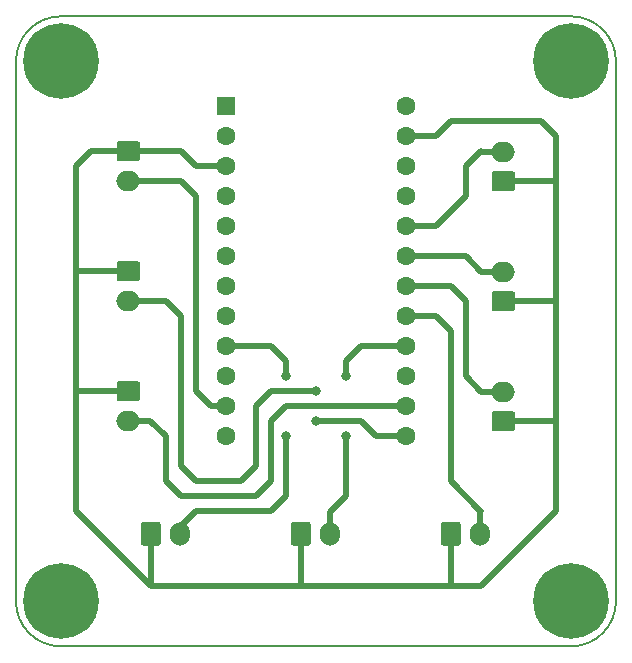
<source format=gbr>
G04 #@! TF.GenerationSoftware,KiCad,Pcbnew,(5.1.5)-3*
G04 #@! TF.CreationDate,2020-04-30T20:21:50+09:00*
G04 #@! TF.ProjectId,sif,7369662e-6b69-4636-9164-5f7063625858,rev?*
G04 #@! TF.SameCoordinates,Original*
G04 #@! TF.FileFunction,Copper,L2,Bot*
G04 #@! TF.FilePolarity,Positive*
%FSLAX46Y46*%
G04 Gerber Fmt 4.6, Leading zero omitted, Abs format (unit mm)*
G04 Created by KiCad (PCBNEW (5.1.5)-3) date 2020-04-30 20:21:50*
%MOMM*%
%LPD*%
G04 APERTURE LIST*
%ADD10C,0.150000*%
%ADD11O,2.000000X1.700000*%
%ADD12O,1.700000X2.000000*%
%ADD13C,1.600000*%
%ADD14R,1.600000X1.600000*%
%ADD15C,0.800000*%
%ADD16C,6.400000*%
%ADD17C,0.500000*%
G04 APERTURE END LIST*
D10*
X12700000Y-16510000D02*
X12700000Y-62230000D01*
X59690000Y-12700000D02*
X16510000Y-12700000D01*
X63500000Y-62230000D02*
X63500000Y-16510000D01*
X16510000Y-66040000D02*
X59690000Y-66040000D01*
X16510000Y-66040000D02*
G75*
G02X12700000Y-62230000I0J3810000D01*
G01*
X63500000Y-62230000D02*
G75*
G02X59690000Y-66040000I-3810000J0D01*
G01*
X59690000Y-12700000D02*
G75*
G02X63500000Y-16510000I0J-3810000D01*
G01*
X12700000Y-16510000D02*
G75*
G02X16510000Y-12700000I3810000J0D01*
G01*
G04 #@! TA.AperFunction,ComponentPad*
G36*
X54749504Y-46141204D02*
G01*
X54773773Y-46144804D01*
X54797571Y-46150765D01*
X54820671Y-46159030D01*
X54842849Y-46169520D01*
X54863893Y-46182133D01*
X54883598Y-46196747D01*
X54901777Y-46213223D01*
X54918253Y-46231402D01*
X54932867Y-46251107D01*
X54945480Y-46272151D01*
X54955970Y-46294329D01*
X54964235Y-46317429D01*
X54970196Y-46341227D01*
X54973796Y-46365496D01*
X54975000Y-46390000D01*
X54975000Y-47590000D01*
X54973796Y-47614504D01*
X54970196Y-47638773D01*
X54964235Y-47662571D01*
X54955970Y-47685671D01*
X54945480Y-47707849D01*
X54932867Y-47728893D01*
X54918253Y-47748598D01*
X54901777Y-47766777D01*
X54883598Y-47783253D01*
X54863893Y-47797867D01*
X54842849Y-47810480D01*
X54820671Y-47820970D01*
X54797571Y-47829235D01*
X54773773Y-47835196D01*
X54749504Y-47838796D01*
X54725000Y-47840000D01*
X53225000Y-47840000D01*
X53200496Y-47838796D01*
X53176227Y-47835196D01*
X53152429Y-47829235D01*
X53129329Y-47820970D01*
X53107151Y-47810480D01*
X53086107Y-47797867D01*
X53066402Y-47783253D01*
X53048223Y-47766777D01*
X53031747Y-47748598D01*
X53017133Y-47728893D01*
X53004520Y-47707849D01*
X52994030Y-47685671D01*
X52985765Y-47662571D01*
X52979804Y-47638773D01*
X52976204Y-47614504D01*
X52975000Y-47590000D01*
X52975000Y-46390000D01*
X52976204Y-46365496D01*
X52979804Y-46341227D01*
X52985765Y-46317429D01*
X52994030Y-46294329D01*
X53004520Y-46272151D01*
X53017133Y-46251107D01*
X53031747Y-46231402D01*
X53048223Y-46213223D01*
X53066402Y-46196747D01*
X53086107Y-46182133D01*
X53107151Y-46169520D01*
X53129329Y-46159030D01*
X53152429Y-46150765D01*
X53176227Y-46144804D01*
X53200496Y-46141204D01*
X53225000Y-46140000D01*
X54725000Y-46140000D01*
X54749504Y-46141204D01*
G37*
G04 #@! TD.AperFunction*
D11*
X53975000Y-44490000D03*
G04 #@! TA.AperFunction,ComponentPad*
D10*
G36*
X50154504Y-55516204D02*
G01*
X50178773Y-55519804D01*
X50202571Y-55525765D01*
X50225671Y-55534030D01*
X50247849Y-55544520D01*
X50268893Y-55557133D01*
X50288598Y-55571747D01*
X50306777Y-55588223D01*
X50323253Y-55606402D01*
X50337867Y-55626107D01*
X50350480Y-55647151D01*
X50360970Y-55669329D01*
X50369235Y-55692429D01*
X50375196Y-55716227D01*
X50378796Y-55740496D01*
X50380000Y-55765000D01*
X50380000Y-57265000D01*
X50378796Y-57289504D01*
X50375196Y-57313773D01*
X50369235Y-57337571D01*
X50360970Y-57360671D01*
X50350480Y-57382849D01*
X50337867Y-57403893D01*
X50323253Y-57423598D01*
X50306777Y-57441777D01*
X50288598Y-57458253D01*
X50268893Y-57472867D01*
X50247849Y-57485480D01*
X50225671Y-57495970D01*
X50202571Y-57504235D01*
X50178773Y-57510196D01*
X50154504Y-57513796D01*
X50130000Y-57515000D01*
X48930000Y-57515000D01*
X48905496Y-57513796D01*
X48881227Y-57510196D01*
X48857429Y-57504235D01*
X48834329Y-57495970D01*
X48812151Y-57485480D01*
X48791107Y-57472867D01*
X48771402Y-57458253D01*
X48753223Y-57441777D01*
X48736747Y-57423598D01*
X48722133Y-57403893D01*
X48709520Y-57382849D01*
X48699030Y-57360671D01*
X48690765Y-57337571D01*
X48684804Y-57313773D01*
X48681204Y-57289504D01*
X48680000Y-57265000D01*
X48680000Y-55765000D01*
X48681204Y-55740496D01*
X48684804Y-55716227D01*
X48690765Y-55692429D01*
X48699030Y-55669329D01*
X48709520Y-55647151D01*
X48722133Y-55626107D01*
X48736747Y-55606402D01*
X48753223Y-55588223D01*
X48771402Y-55571747D01*
X48791107Y-55557133D01*
X48812151Y-55544520D01*
X48834329Y-55534030D01*
X48857429Y-55525765D01*
X48881227Y-55519804D01*
X48905496Y-55516204D01*
X48930000Y-55515000D01*
X50130000Y-55515000D01*
X50154504Y-55516204D01*
G37*
G04 #@! TD.AperFunction*
D12*
X52030000Y-56515000D03*
G04 #@! TA.AperFunction,ComponentPad*
D10*
G36*
X54749504Y-35981204D02*
G01*
X54773773Y-35984804D01*
X54797571Y-35990765D01*
X54820671Y-35999030D01*
X54842849Y-36009520D01*
X54863893Y-36022133D01*
X54883598Y-36036747D01*
X54901777Y-36053223D01*
X54918253Y-36071402D01*
X54932867Y-36091107D01*
X54945480Y-36112151D01*
X54955970Y-36134329D01*
X54964235Y-36157429D01*
X54970196Y-36181227D01*
X54973796Y-36205496D01*
X54975000Y-36230000D01*
X54975000Y-37430000D01*
X54973796Y-37454504D01*
X54970196Y-37478773D01*
X54964235Y-37502571D01*
X54955970Y-37525671D01*
X54945480Y-37547849D01*
X54932867Y-37568893D01*
X54918253Y-37588598D01*
X54901777Y-37606777D01*
X54883598Y-37623253D01*
X54863893Y-37637867D01*
X54842849Y-37650480D01*
X54820671Y-37660970D01*
X54797571Y-37669235D01*
X54773773Y-37675196D01*
X54749504Y-37678796D01*
X54725000Y-37680000D01*
X53225000Y-37680000D01*
X53200496Y-37678796D01*
X53176227Y-37675196D01*
X53152429Y-37669235D01*
X53129329Y-37660970D01*
X53107151Y-37650480D01*
X53086107Y-37637867D01*
X53066402Y-37623253D01*
X53048223Y-37606777D01*
X53031747Y-37588598D01*
X53017133Y-37568893D01*
X53004520Y-37547849D01*
X52994030Y-37525671D01*
X52985765Y-37502571D01*
X52979804Y-37478773D01*
X52976204Y-37454504D01*
X52975000Y-37430000D01*
X52975000Y-36230000D01*
X52976204Y-36205496D01*
X52979804Y-36181227D01*
X52985765Y-36157429D01*
X52994030Y-36134329D01*
X53004520Y-36112151D01*
X53017133Y-36091107D01*
X53031747Y-36071402D01*
X53048223Y-36053223D01*
X53066402Y-36036747D01*
X53086107Y-36022133D01*
X53107151Y-36009520D01*
X53129329Y-35999030D01*
X53152429Y-35990765D01*
X53176227Y-35984804D01*
X53200496Y-35981204D01*
X53225000Y-35980000D01*
X54725000Y-35980000D01*
X54749504Y-35981204D01*
G37*
G04 #@! TD.AperFunction*
D11*
X53975000Y-34330000D03*
G04 #@! TA.AperFunction,ComponentPad*
D10*
G36*
X54749504Y-25821204D02*
G01*
X54773773Y-25824804D01*
X54797571Y-25830765D01*
X54820671Y-25839030D01*
X54842849Y-25849520D01*
X54863893Y-25862133D01*
X54883598Y-25876747D01*
X54901777Y-25893223D01*
X54918253Y-25911402D01*
X54932867Y-25931107D01*
X54945480Y-25952151D01*
X54955970Y-25974329D01*
X54964235Y-25997429D01*
X54970196Y-26021227D01*
X54973796Y-26045496D01*
X54975000Y-26070000D01*
X54975000Y-27270000D01*
X54973796Y-27294504D01*
X54970196Y-27318773D01*
X54964235Y-27342571D01*
X54955970Y-27365671D01*
X54945480Y-27387849D01*
X54932867Y-27408893D01*
X54918253Y-27428598D01*
X54901777Y-27446777D01*
X54883598Y-27463253D01*
X54863893Y-27477867D01*
X54842849Y-27490480D01*
X54820671Y-27500970D01*
X54797571Y-27509235D01*
X54773773Y-27515196D01*
X54749504Y-27518796D01*
X54725000Y-27520000D01*
X53225000Y-27520000D01*
X53200496Y-27518796D01*
X53176227Y-27515196D01*
X53152429Y-27509235D01*
X53129329Y-27500970D01*
X53107151Y-27490480D01*
X53086107Y-27477867D01*
X53066402Y-27463253D01*
X53048223Y-27446777D01*
X53031747Y-27428598D01*
X53017133Y-27408893D01*
X53004520Y-27387849D01*
X52994030Y-27365671D01*
X52985765Y-27342571D01*
X52979804Y-27318773D01*
X52976204Y-27294504D01*
X52975000Y-27270000D01*
X52975000Y-26070000D01*
X52976204Y-26045496D01*
X52979804Y-26021227D01*
X52985765Y-25997429D01*
X52994030Y-25974329D01*
X53004520Y-25952151D01*
X53017133Y-25931107D01*
X53031747Y-25911402D01*
X53048223Y-25893223D01*
X53066402Y-25876747D01*
X53086107Y-25862133D01*
X53107151Y-25849520D01*
X53129329Y-25839030D01*
X53152429Y-25830765D01*
X53176227Y-25824804D01*
X53200496Y-25821204D01*
X53225000Y-25820000D01*
X54725000Y-25820000D01*
X54749504Y-25821204D01*
G37*
G04 #@! TD.AperFunction*
D11*
X53975000Y-24170000D03*
G04 #@! TA.AperFunction,ComponentPad*
D10*
G36*
X37454504Y-55516204D02*
G01*
X37478773Y-55519804D01*
X37502571Y-55525765D01*
X37525671Y-55534030D01*
X37547849Y-55544520D01*
X37568893Y-55557133D01*
X37588598Y-55571747D01*
X37606777Y-55588223D01*
X37623253Y-55606402D01*
X37637867Y-55626107D01*
X37650480Y-55647151D01*
X37660970Y-55669329D01*
X37669235Y-55692429D01*
X37675196Y-55716227D01*
X37678796Y-55740496D01*
X37680000Y-55765000D01*
X37680000Y-57265000D01*
X37678796Y-57289504D01*
X37675196Y-57313773D01*
X37669235Y-57337571D01*
X37660970Y-57360671D01*
X37650480Y-57382849D01*
X37637867Y-57403893D01*
X37623253Y-57423598D01*
X37606777Y-57441777D01*
X37588598Y-57458253D01*
X37568893Y-57472867D01*
X37547849Y-57485480D01*
X37525671Y-57495970D01*
X37502571Y-57504235D01*
X37478773Y-57510196D01*
X37454504Y-57513796D01*
X37430000Y-57515000D01*
X36230000Y-57515000D01*
X36205496Y-57513796D01*
X36181227Y-57510196D01*
X36157429Y-57504235D01*
X36134329Y-57495970D01*
X36112151Y-57485480D01*
X36091107Y-57472867D01*
X36071402Y-57458253D01*
X36053223Y-57441777D01*
X36036747Y-57423598D01*
X36022133Y-57403893D01*
X36009520Y-57382849D01*
X35999030Y-57360671D01*
X35990765Y-57337571D01*
X35984804Y-57313773D01*
X35981204Y-57289504D01*
X35980000Y-57265000D01*
X35980000Y-55765000D01*
X35981204Y-55740496D01*
X35984804Y-55716227D01*
X35990765Y-55692429D01*
X35999030Y-55669329D01*
X36009520Y-55647151D01*
X36022133Y-55626107D01*
X36036747Y-55606402D01*
X36053223Y-55588223D01*
X36071402Y-55571747D01*
X36091107Y-55557133D01*
X36112151Y-55544520D01*
X36134329Y-55534030D01*
X36157429Y-55525765D01*
X36181227Y-55519804D01*
X36205496Y-55516204D01*
X36230000Y-55515000D01*
X37430000Y-55515000D01*
X37454504Y-55516204D01*
G37*
G04 #@! TD.AperFunction*
D12*
X39330000Y-56515000D03*
G04 #@! TA.AperFunction,ComponentPad*
D10*
G36*
X24754504Y-55516204D02*
G01*
X24778773Y-55519804D01*
X24802571Y-55525765D01*
X24825671Y-55534030D01*
X24847849Y-55544520D01*
X24868893Y-55557133D01*
X24888598Y-55571747D01*
X24906777Y-55588223D01*
X24923253Y-55606402D01*
X24937867Y-55626107D01*
X24950480Y-55647151D01*
X24960970Y-55669329D01*
X24969235Y-55692429D01*
X24975196Y-55716227D01*
X24978796Y-55740496D01*
X24980000Y-55765000D01*
X24980000Y-57265000D01*
X24978796Y-57289504D01*
X24975196Y-57313773D01*
X24969235Y-57337571D01*
X24960970Y-57360671D01*
X24950480Y-57382849D01*
X24937867Y-57403893D01*
X24923253Y-57423598D01*
X24906777Y-57441777D01*
X24888598Y-57458253D01*
X24868893Y-57472867D01*
X24847849Y-57485480D01*
X24825671Y-57495970D01*
X24802571Y-57504235D01*
X24778773Y-57510196D01*
X24754504Y-57513796D01*
X24730000Y-57515000D01*
X23530000Y-57515000D01*
X23505496Y-57513796D01*
X23481227Y-57510196D01*
X23457429Y-57504235D01*
X23434329Y-57495970D01*
X23412151Y-57485480D01*
X23391107Y-57472867D01*
X23371402Y-57458253D01*
X23353223Y-57441777D01*
X23336747Y-57423598D01*
X23322133Y-57403893D01*
X23309520Y-57382849D01*
X23299030Y-57360671D01*
X23290765Y-57337571D01*
X23284804Y-57313773D01*
X23281204Y-57289504D01*
X23280000Y-57265000D01*
X23280000Y-55765000D01*
X23281204Y-55740496D01*
X23284804Y-55716227D01*
X23290765Y-55692429D01*
X23299030Y-55669329D01*
X23309520Y-55647151D01*
X23322133Y-55626107D01*
X23336747Y-55606402D01*
X23353223Y-55588223D01*
X23371402Y-55571747D01*
X23391107Y-55557133D01*
X23412151Y-55544520D01*
X23434329Y-55534030D01*
X23457429Y-55525765D01*
X23481227Y-55519804D01*
X23505496Y-55516204D01*
X23530000Y-55515000D01*
X24730000Y-55515000D01*
X24754504Y-55516204D01*
G37*
G04 #@! TD.AperFunction*
D12*
X26630000Y-56515000D03*
G04 #@! TA.AperFunction,ComponentPad*
D10*
G36*
X22999504Y-43601204D02*
G01*
X23023773Y-43604804D01*
X23047571Y-43610765D01*
X23070671Y-43619030D01*
X23092849Y-43629520D01*
X23113893Y-43642133D01*
X23133598Y-43656747D01*
X23151777Y-43673223D01*
X23168253Y-43691402D01*
X23182867Y-43711107D01*
X23195480Y-43732151D01*
X23205970Y-43754329D01*
X23214235Y-43777429D01*
X23220196Y-43801227D01*
X23223796Y-43825496D01*
X23225000Y-43850000D01*
X23225000Y-45050000D01*
X23223796Y-45074504D01*
X23220196Y-45098773D01*
X23214235Y-45122571D01*
X23205970Y-45145671D01*
X23195480Y-45167849D01*
X23182867Y-45188893D01*
X23168253Y-45208598D01*
X23151777Y-45226777D01*
X23133598Y-45243253D01*
X23113893Y-45257867D01*
X23092849Y-45270480D01*
X23070671Y-45280970D01*
X23047571Y-45289235D01*
X23023773Y-45295196D01*
X22999504Y-45298796D01*
X22975000Y-45300000D01*
X21475000Y-45300000D01*
X21450496Y-45298796D01*
X21426227Y-45295196D01*
X21402429Y-45289235D01*
X21379329Y-45280970D01*
X21357151Y-45270480D01*
X21336107Y-45257867D01*
X21316402Y-45243253D01*
X21298223Y-45226777D01*
X21281747Y-45208598D01*
X21267133Y-45188893D01*
X21254520Y-45167849D01*
X21244030Y-45145671D01*
X21235765Y-45122571D01*
X21229804Y-45098773D01*
X21226204Y-45074504D01*
X21225000Y-45050000D01*
X21225000Y-43850000D01*
X21226204Y-43825496D01*
X21229804Y-43801227D01*
X21235765Y-43777429D01*
X21244030Y-43754329D01*
X21254520Y-43732151D01*
X21267133Y-43711107D01*
X21281747Y-43691402D01*
X21298223Y-43673223D01*
X21316402Y-43656747D01*
X21336107Y-43642133D01*
X21357151Y-43629520D01*
X21379329Y-43619030D01*
X21402429Y-43610765D01*
X21426227Y-43604804D01*
X21450496Y-43601204D01*
X21475000Y-43600000D01*
X22975000Y-43600000D01*
X22999504Y-43601204D01*
G37*
G04 #@! TD.AperFunction*
D11*
X22225000Y-46950000D03*
G04 #@! TA.AperFunction,ComponentPad*
D10*
G36*
X22999504Y-33441204D02*
G01*
X23023773Y-33444804D01*
X23047571Y-33450765D01*
X23070671Y-33459030D01*
X23092849Y-33469520D01*
X23113893Y-33482133D01*
X23133598Y-33496747D01*
X23151777Y-33513223D01*
X23168253Y-33531402D01*
X23182867Y-33551107D01*
X23195480Y-33572151D01*
X23205970Y-33594329D01*
X23214235Y-33617429D01*
X23220196Y-33641227D01*
X23223796Y-33665496D01*
X23225000Y-33690000D01*
X23225000Y-34890000D01*
X23223796Y-34914504D01*
X23220196Y-34938773D01*
X23214235Y-34962571D01*
X23205970Y-34985671D01*
X23195480Y-35007849D01*
X23182867Y-35028893D01*
X23168253Y-35048598D01*
X23151777Y-35066777D01*
X23133598Y-35083253D01*
X23113893Y-35097867D01*
X23092849Y-35110480D01*
X23070671Y-35120970D01*
X23047571Y-35129235D01*
X23023773Y-35135196D01*
X22999504Y-35138796D01*
X22975000Y-35140000D01*
X21475000Y-35140000D01*
X21450496Y-35138796D01*
X21426227Y-35135196D01*
X21402429Y-35129235D01*
X21379329Y-35120970D01*
X21357151Y-35110480D01*
X21336107Y-35097867D01*
X21316402Y-35083253D01*
X21298223Y-35066777D01*
X21281747Y-35048598D01*
X21267133Y-35028893D01*
X21254520Y-35007849D01*
X21244030Y-34985671D01*
X21235765Y-34962571D01*
X21229804Y-34938773D01*
X21226204Y-34914504D01*
X21225000Y-34890000D01*
X21225000Y-33690000D01*
X21226204Y-33665496D01*
X21229804Y-33641227D01*
X21235765Y-33617429D01*
X21244030Y-33594329D01*
X21254520Y-33572151D01*
X21267133Y-33551107D01*
X21281747Y-33531402D01*
X21298223Y-33513223D01*
X21316402Y-33496747D01*
X21336107Y-33482133D01*
X21357151Y-33469520D01*
X21379329Y-33459030D01*
X21402429Y-33450765D01*
X21426227Y-33444804D01*
X21450496Y-33441204D01*
X21475000Y-33440000D01*
X22975000Y-33440000D01*
X22999504Y-33441204D01*
G37*
G04 #@! TD.AperFunction*
D11*
X22225000Y-36790000D03*
G04 #@! TA.AperFunction,ComponentPad*
D10*
G36*
X22999504Y-23281204D02*
G01*
X23023773Y-23284804D01*
X23047571Y-23290765D01*
X23070671Y-23299030D01*
X23092849Y-23309520D01*
X23113893Y-23322133D01*
X23133598Y-23336747D01*
X23151777Y-23353223D01*
X23168253Y-23371402D01*
X23182867Y-23391107D01*
X23195480Y-23412151D01*
X23205970Y-23434329D01*
X23214235Y-23457429D01*
X23220196Y-23481227D01*
X23223796Y-23505496D01*
X23225000Y-23530000D01*
X23225000Y-24730000D01*
X23223796Y-24754504D01*
X23220196Y-24778773D01*
X23214235Y-24802571D01*
X23205970Y-24825671D01*
X23195480Y-24847849D01*
X23182867Y-24868893D01*
X23168253Y-24888598D01*
X23151777Y-24906777D01*
X23133598Y-24923253D01*
X23113893Y-24937867D01*
X23092849Y-24950480D01*
X23070671Y-24960970D01*
X23047571Y-24969235D01*
X23023773Y-24975196D01*
X22999504Y-24978796D01*
X22975000Y-24980000D01*
X21475000Y-24980000D01*
X21450496Y-24978796D01*
X21426227Y-24975196D01*
X21402429Y-24969235D01*
X21379329Y-24960970D01*
X21357151Y-24950480D01*
X21336107Y-24937867D01*
X21316402Y-24923253D01*
X21298223Y-24906777D01*
X21281747Y-24888598D01*
X21267133Y-24868893D01*
X21254520Y-24847849D01*
X21244030Y-24825671D01*
X21235765Y-24802571D01*
X21229804Y-24778773D01*
X21226204Y-24754504D01*
X21225000Y-24730000D01*
X21225000Y-23530000D01*
X21226204Y-23505496D01*
X21229804Y-23481227D01*
X21235765Y-23457429D01*
X21244030Y-23434329D01*
X21254520Y-23412151D01*
X21267133Y-23391107D01*
X21281747Y-23371402D01*
X21298223Y-23353223D01*
X21316402Y-23336747D01*
X21336107Y-23322133D01*
X21357151Y-23309520D01*
X21379329Y-23299030D01*
X21402429Y-23290765D01*
X21426227Y-23284804D01*
X21450496Y-23281204D01*
X21475000Y-23280000D01*
X22975000Y-23280000D01*
X22999504Y-23281204D01*
G37*
G04 #@! TD.AperFunction*
D11*
X22225000Y-26630000D03*
D13*
X45720000Y-20320000D03*
X45720000Y-22860000D03*
X45720000Y-25400000D03*
X45720000Y-27940000D03*
X45720000Y-30480000D03*
X45720000Y-33020000D03*
X45720000Y-35560000D03*
X45720000Y-38100000D03*
X45720000Y-40640000D03*
X45720000Y-43180000D03*
X45720000Y-45720000D03*
X45720000Y-48260000D03*
X30480000Y-48260000D03*
X30480000Y-45720000D03*
X30480000Y-43180000D03*
X30480000Y-40640000D03*
X30480000Y-38100000D03*
X30480000Y-35560000D03*
X30480000Y-33020000D03*
X30480000Y-30480000D03*
X30480000Y-27940000D03*
X30480000Y-25400000D03*
X30480000Y-22860000D03*
D14*
X30480000Y-20320000D03*
D15*
X61387056Y-60532944D03*
X59690000Y-59830000D03*
X57992944Y-60532944D03*
X57290000Y-62230000D03*
X57992944Y-63927056D03*
X59690000Y-64630000D03*
X61387056Y-63927056D03*
X62090000Y-62230000D03*
D16*
X59690000Y-62230000D03*
D15*
X18207056Y-60532944D03*
X16510000Y-59830000D03*
X14812944Y-60532944D03*
X14110000Y-62230000D03*
X14812944Y-63927056D03*
X16510000Y-64630000D03*
X18207056Y-63927056D03*
X18910000Y-62230000D03*
D16*
X16510000Y-62230000D03*
D15*
X18207056Y-14812944D03*
X16510000Y-14110000D03*
X14812944Y-14812944D03*
X14110000Y-16510000D03*
X14812944Y-18207056D03*
X16510000Y-18910000D03*
X18207056Y-18207056D03*
X18910000Y-16510000D03*
D16*
X16510000Y-16510000D03*
D15*
X61387056Y-14812944D03*
X59690000Y-14110000D03*
X57992944Y-14812944D03*
X57290000Y-16510000D03*
X57992944Y-18207056D03*
X59690000Y-18910000D03*
X61387056Y-18207056D03*
X62090000Y-16510000D03*
D16*
X59690000Y-16510000D03*
D15*
X40640000Y-43180000D03*
X40640000Y-48260000D03*
X35560000Y-43180000D03*
X35560000Y-48260000D03*
X38100000Y-44450000D03*
X38100000Y-46990000D03*
D17*
X45720000Y-30480000D02*
X48260000Y-30480000D01*
X54610000Y-24170000D02*
X52110000Y-24170000D01*
X48260000Y-30480000D02*
X49530000Y-29210000D01*
X49530000Y-29210000D02*
X50800000Y-27940000D01*
X50800000Y-27940000D02*
X50800000Y-25400000D01*
X50800000Y-25400000D02*
X52070000Y-24130000D01*
X45720000Y-33020000D02*
X50800000Y-33020000D01*
X52110000Y-34330000D02*
X54610000Y-34330000D01*
X50800000Y-33020000D02*
X52110000Y-34330000D01*
X52110000Y-44490000D02*
X54610000Y-44490000D01*
X50800000Y-43180000D02*
X52110000Y-44490000D01*
X50800000Y-36830000D02*
X50800000Y-43180000D01*
X45720000Y-35560000D02*
X49530000Y-35560000D01*
X49530000Y-35560000D02*
X50800000Y-36830000D01*
X45720000Y-38100000D02*
X48260000Y-38100000D01*
X48260000Y-38100000D02*
X49530000Y-39370000D01*
X52030000Y-57150000D02*
X52030000Y-54650000D01*
X52070000Y-54610000D02*
X52030000Y-54650000D01*
X49530000Y-39370000D02*
X49530000Y-52070000D01*
X52030000Y-54570000D02*
X52030000Y-54650000D01*
X49530000Y-52070000D02*
X52030000Y-54570000D01*
X45720000Y-40640000D02*
X41910000Y-40640000D01*
X39330000Y-57150000D02*
X39330000Y-54650000D01*
X41910000Y-40640000D02*
X40640000Y-41910000D01*
X39330000Y-54650000D02*
X40640000Y-53340000D01*
X40640000Y-53340000D02*
X40640000Y-48260000D01*
X40640000Y-48260000D02*
X40640000Y-48260000D01*
X40640000Y-41910000D02*
X40640000Y-41910000D01*
X40640000Y-41910000D02*
X40640000Y-43180000D01*
X40640000Y-43180000D02*
X40640000Y-43180000D01*
X40640000Y-48260000D02*
X40640000Y-48260000D01*
X30480000Y-40640000D02*
X31750000Y-40640000D01*
X31750000Y-40640000D02*
X33020000Y-40640000D01*
X33020000Y-40640000D02*
X34290000Y-40640000D01*
X34290000Y-40640000D02*
X35560000Y-41910000D01*
X26630000Y-57150000D02*
X26630000Y-55920000D01*
X26630000Y-55920000D02*
X27940000Y-54610000D01*
X27940000Y-54610000D02*
X34290000Y-54610000D01*
X34290000Y-54610000D02*
X35560000Y-53340000D01*
X35560000Y-53340000D02*
X35560000Y-48260000D01*
X35560000Y-48260000D02*
X35560000Y-48260000D01*
X35560000Y-41910000D02*
X35560000Y-41910000D01*
X35560000Y-41910000D02*
X35560000Y-43180000D01*
X35560000Y-43180000D02*
X35560000Y-43180000D01*
X35560000Y-48260000D02*
X35560000Y-48260000D01*
X21590000Y-46990000D02*
X21590000Y-46950000D01*
X45720000Y-45720000D02*
X35560000Y-45720000D01*
X35560000Y-45720000D02*
X34290000Y-46990000D01*
X34290000Y-46990000D02*
X34290000Y-52070000D01*
X34290000Y-52070000D02*
X33020000Y-53340000D01*
X33020000Y-53340000D02*
X26670000Y-53340000D01*
X21590000Y-46950000D02*
X24090000Y-46950000D01*
X24090000Y-46950000D02*
X25400000Y-48260000D01*
X25400000Y-48260000D02*
X25400000Y-52070000D01*
X25400000Y-52070000D02*
X26670000Y-53340000D01*
X23090000Y-36790000D02*
X23130000Y-36830000D01*
X21590000Y-36790000D02*
X23090000Y-36790000D01*
X23130000Y-36830000D02*
X24130000Y-36830000D01*
X24130000Y-36830000D02*
X25400000Y-36830000D01*
X25400000Y-36830000D02*
X26670000Y-38100000D01*
X26670000Y-38100000D02*
X26670000Y-50800000D01*
X26670000Y-50800000D02*
X27940000Y-52070000D01*
X27940000Y-52070000D02*
X31750000Y-52070000D01*
X31750000Y-52070000D02*
X33020000Y-50800000D01*
X33020000Y-50800000D02*
X33020000Y-45720000D01*
X33020000Y-45720000D02*
X34290000Y-44450000D01*
X45720000Y-48260000D02*
X44450000Y-48260000D01*
X44450000Y-48260000D02*
X43180000Y-48260000D01*
X43180000Y-48260000D02*
X41910000Y-46990000D01*
X41910000Y-46990000D02*
X38100000Y-46990000D01*
X34290000Y-44450000D02*
X38100000Y-44450000D01*
X38100000Y-44450000D02*
X38100000Y-44450000D01*
X38100000Y-46990000D02*
X38100000Y-46990000D01*
X27940000Y-44450000D02*
X29210000Y-45720000D01*
X29210000Y-45720000D02*
X30480000Y-45720000D01*
X27940000Y-27940000D02*
X26670000Y-26670000D01*
X21590000Y-26630000D02*
X26670000Y-26670000D01*
X27940000Y-27940000D02*
X27940000Y-44450000D01*
X24130000Y-57150000D02*
X24130000Y-60960000D01*
X49530000Y-57150000D02*
X49530000Y-60960000D01*
X49530000Y-60960000D02*
X24130000Y-60960000D01*
X36830000Y-57150000D02*
X36830000Y-60960000D01*
X17780000Y-44450000D02*
X21590000Y-44450000D01*
X54610000Y-46990000D02*
X58420000Y-46990000D01*
X58420000Y-46990000D02*
X58420000Y-26670000D01*
X58420000Y-26670000D02*
X54610000Y-26670000D01*
X54610000Y-36830000D02*
X58420000Y-36830000D01*
X21590000Y-34290000D02*
X17780000Y-34290000D01*
X17780000Y-44450000D02*
X17780000Y-54610000D01*
X17780000Y-54610000D02*
X24130000Y-60960000D01*
X49530000Y-60960000D02*
X52070000Y-60960000D01*
X58420000Y-46990000D02*
X58420000Y-54610000D01*
X58420000Y-54610000D02*
X52070000Y-60960000D01*
X30480000Y-25400000D02*
X27940000Y-25400000D01*
X27940000Y-25400000D02*
X26670000Y-24130000D01*
X26670000Y-24130000D02*
X21590000Y-24130000D01*
X19050000Y-24130000D02*
X17780000Y-25400000D01*
X17780000Y-25400000D02*
X17780000Y-44450000D01*
X21590000Y-24130000D02*
X19050000Y-24130000D01*
X45720000Y-22860000D02*
X48260000Y-22860000D01*
X58420000Y-26670000D02*
X58420000Y-22860000D01*
X58420000Y-22860000D02*
X57150000Y-21590000D01*
X57150000Y-21590000D02*
X49530000Y-21590000D01*
X49530000Y-21590000D02*
X48260000Y-22860000D01*
M02*

</source>
